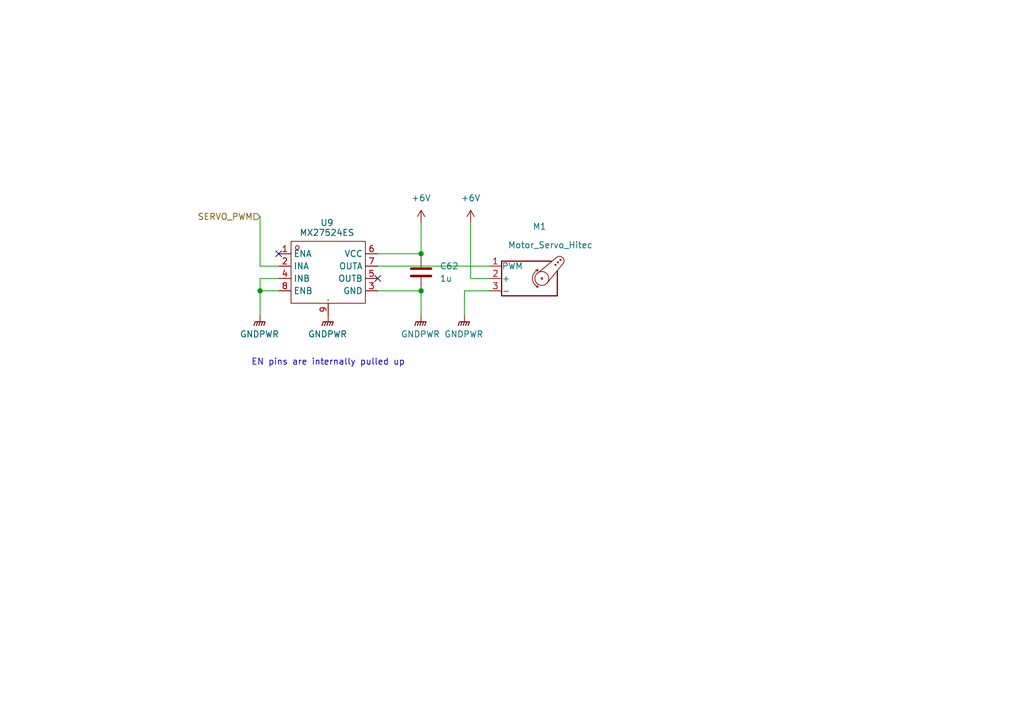
<source format=kicad_sch>
(kicad_sch (version 20250114) (generator "eeschema") (generator_version "9.0")
  (paper "A5")
  (title_block (title "AQUA_VESC") (rev "00"))
  (lib_symbols
    (symbol "Device:C" (pin_numbers (hide yes)) (pin_names (offset 0.254))
      (property "Reference" "C" (at 0.635 2.54 0))
      (property "Value" "C" (at 0.635 -2.54 0))
      (symbol "C_0_1"
        (polyline (pts (xy -2.032 0.762) (xy 2.032 0.762)) (stroke (width 0.508)))
        (polyline (pts (xy -2.032 -0.762) (xy 2.032 -0.762)) (stroke (width 0.508)))
      )
      (symbol "C_1_1"
        (pin passive line (at 0 3.81 270) (length 2.794) (name "~") (number "1"))
        (pin passive line (at 0 -3.81 90) (length 2.794) (name "~") (number "2"))
      )
    )
    (symbol "Motor:Motor_Servo_Hitec" (pin_names (offset 0.0254))
      (property "Reference" "M" (at -5.08 4.445 0))
      (property "Value" "Motor_Servo_Hitec" (at -5.08 -4.064 0))
      (symbol "Motor_Servo_Hitec_0_1"
        (polyline (pts (xy 2.413 1.778) (xy 1.905 1.778)))
        (polyline (pts (xy 2.413 1.778) (xy 2.286 1.397)))
        (polyline (pts (xy 2.413 -1.778) (xy 2.032 -1.778)))
        (polyline (pts (xy 2.413 -1.778) (xy 2.286 -1.397)))
        (arc (start 2.413 -1.778) (mid 1.2406 0) (end 2.413 1.778))
        (circle (center 3.175 0) (radius 0.1778))
        (circle (center 3.175 0) (radius 1.4224))
        (polyline (pts (xy 5.08 3.556) (xy -5.08 3.556) (xy -5.08 -3.556) (xy 6.35 -3.556) (xy 6.35 1.524)) (stroke (width 0.254)))
        (circle (center 5.969 2.794) (radius 0.127))
        (polyline (pts (xy 6.35 4.445) (xy 2.54 1.27)))
        (circle (center 6.477 3.302) (radius 0.127))
        (arc (start 6.35 4.445) (mid 7.4487 4.2737) (end 7.62 3.175))
        (circle (center 6.985 3.81) (radius 0.127))
        (polyline (pts (xy 7.62 3.175) (xy 4.191 -1.016)))
      )
      (symbol "Motor_Servo_Hitec_1_1"
        (pin passive line (at -7.62 2.54 0) (length 2.54) (name "PWM") (number "1"))
        (pin passive line (at -7.62 0 0) (length 2.54) (name "+") (number "2"))
        (pin passive line (at -7.62 -2.54 0) (length 2.54) (name "-") (number "3"))
      )
    )
    (symbol "power:+6V" (power) (pin_numbers (hide yes)) (pin_names (offset 0) (hide yes))
      (property "Value" "+6V" (at 0 3.556 0))
      (symbol "+6V_0_1"
        (polyline (pts (xy -0.762 1.27) (xy 0 2.54)))
        (polyline (pts (xy 0 2.54) (xy 0.762 1.27)))
        (polyline (pts (xy 0 0) (xy 0 2.54)))
      )
      (symbol "+6V_1_1"
        (pin power_in line (at 0 0 90) (length 0) (name "~") (number "1"))
      )
    )
    (symbol "power:GNDPWR" (power) (pin_numbers (hide yes)) (pin_names (offset 0) (hide yes))
      (property "Value" "GNDPWR" (at 0 -3.302 0))
      (symbol "GNDPWR_0_1"
        (polyline (pts (xy -1.016 -1.27) (xy -1.27 -2.032) (xy -1.27 -2.032)) (stroke (width 0.2032)))
        (polyline (pts (xy -0.508 -1.27) (xy -0.762 -2.032) (xy -0.762 -2.032)) (stroke (width 0.2032)))
        (polyline (pts (xy 0 -1.27) (xy 0 0)))
        (polyline (pts (xy 0 -1.27) (xy -0.254 -2.032) (xy -0.254 -2.032)) (stroke (width 0.2032)))
        (polyline (pts (xy 0.508 -1.27) (xy 0.254 -2.032) (xy 0.254 -2.032)) (stroke (width 0.2032)))
        (polyline (pts (xy 1.016 -1.27) (xy -1.016 -1.27) (xy -1.016 -1.27)) (stroke (width 0.2032)))
        (polyline (pts (xy 1.016 -1.27) (xy 0.762 -2.032) (xy 0.762 -2.032) (xy 0.762 -2.032)) (stroke (width 0.2032)))
      )
      (symbol "GNDPWR_1_1"
        (pin power_in line (at 0 0 270) (length 0) (name "~") (number "1"))
      )
    )
    (symbol "specific_library:MX27524ES"
      (property "Reference" "U" (at 0 0 0))
      (symbol "MX27524ES_1_0"
        (rectangle (start -7.62 6.35) (end 7.62 -6.35))
        (circle (center -6.35 5.08) (radius 0.381))
        (pin input line (at -10.16 3.81 0) (length 2.54) (name "ENA") (number "1"))
        (pin input line (at -10.16 1.27 0) (length 2.54) (name "INA") (number "2"))
        (pin input line (at -10.16 -1.27 0) (length 2.54) (name "INB") (number "4"))
        (pin input line (at -10.16 -3.81 0) (length 2.54) (name "ENB") (number "8"))
        (pin passive line (at 0 -8.89 90) (length 2.54) (name "EP") (number "9"))
        (pin power_in line (at 10.16 3.81 180) (length 2.54) (name "VCC") (number "6"))
        (pin output line (at 10.16 1.27 180) (length 2.54) (name "OUTA") (number "7"))
        (pin output line (at 10.16 -1.27 180) (length 2.54) (name "OUTB") (number "5"))
        (pin power_in line (at 10.16 -3.81 180) (length 2.54) (name "GND") (number "3"))
      )
    )
  )
  (text "EN pins are internally pulled up" (at 67.31 74.422 0) (effects (font (size 1.27 1.27))))
  (junction (at 53.34 59.69))
  (junction (at 86.36 59.69))
  (junction (at 86.36 52.07))
  (no_connect (at 77.47 57.15))
  (no_connect (at 57.15 52.07))
  (wire (pts (xy 77.47 59.69) (xy 86.36 59.69)))
  (wire (pts (xy 95.25 59.69) (xy 95.25 64.77)))
  (wire (pts (xy 77.47 54.61) (xy 100.33 54.61)))
  (wire (pts (xy 57.15 57.15) (xy 53.34 57.15)))
  (wire (pts (xy 96.52 57.15) (xy 100.33 57.15)))
  (wire (pts (xy 57.15 59.69) (xy 53.34 59.69)))
  (wire (pts (xy 53.34 54.61) (xy 57.15 54.61)))
  (wire (pts (xy 86.36 59.69) (xy 86.36 64.77)))
  (wire (pts (xy 96.52 45.72) (xy 96.52 57.15)))
  (wire (pts (xy 86.36 52.07) (xy 86.36 45.72)))
  (wire (pts (xy 53.34 44.45) (xy 53.34 54.61)))
  (wire (pts (xy 95.25 59.69) (xy 100.33 59.69)))
  (wire (pts (xy 53.34 59.69) (xy 53.34 64.77)))
  (wire (pts (xy 77.47 52.07) (xy 86.36 52.07)))
  (wire (pts (xy 53.34 57.15) (xy 53.34 59.69)))
  (hierarchical_label "SERVO_PWM" (shape input) (at 53.34 44.45 180))
  (symbol (lib_id "power:+6V") (at 96.52 45.72 0) (unit 1)
    (property "Reference" "#PWR090" (effects (hide yes)))
    (property "Value" "+6V" (at 96.52 40.64 0))
    (property "Description" "Power symbol creates a global label with name \"+6V\"" (effects (hide yes)))
  )
  (symbol (lib_id "power:+6V") (at 86.36 45.72 0) (unit 1)
    (property "Reference" "#PWR089" (effects (hide yes)))
    (property "Value" "+6V" (at 86.36 40.64 0))
    (property "Description" "Power symbol creates a global label with name \"+6V\"" (effects (hide yes)))
  )
  (symbol (lib_id "power:GNDPWR") (at 86.36 64.77 0) (unit 1)
    (property "Reference" "#PWR093" (effects (hide yes)))
    (property "Value" "GNDPWR" (at 86.233 68.58 0))
    (property "Description" "Power symbol creates a global label with name \"GNDPWR\" , global ground" (effects (hide yes)))
  )
  (symbol (lib_id "Device:C") (at 86.36 55.88 0) (unit 1)
    (property "Reference" "C62" (at 90.17 54.6099 0) (effects (justify left)))
    (property "Value" "1u" (at 90.17 57.1499 0) (effects (justify left)))
    (property "Footprint" "Capacitor_SMD:C_0603_1608Metric" (effects (hide yes)))
    (property "Description" "Unpolarized capacitor" (effects (hide yes)))
  )
  (symbol (lib_id "Motor:Motor_Servo_Hitec") (at 107.95 57.15 0) (unit 1)
    (property "Reference" "M1" (at 109.22 46.482 0) (effects (justify left)))
    (property "Value" "Motor_Servo_Hitec" (at 104.14 50.292 0) (effects (justify left)))
    (property "Footprint" "Connector_PinSocket_2.54mm:PinSocket_1x03_P2.54mm_Horizontal" (effects (hide yes)))
    (property "Datasheet" "http://forums.parallax.com/uploads/attachments/46831/74481.png" (effects (hide yes)))
    (property "Description" "Servo Motor (HiTec connector)" (effects (hide yes)))
  )
  (symbol (lib_id "power:GNDPWR") (at 53.34 64.77 0) (unit 1)
    (property "Reference" "#PWR091" (effects (hide yes)))
    (property "Value" "GNDPWR" (at 53.213 68.58 0))
    (property "Description" "Power symbol creates a global label with name \"GNDPWR\" , global ground" (effects (hide yes)))
  )
  (symbol (lib_id "power:GNDPWR") (at 67.31 64.77 0) (unit 1)
    (property "Reference" "#PWR092" (effects (hide yes)))
    (property "Value" "GNDPWR" (at 67.183 68.58 0))
    (property "Description" "Power symbol creates a global label with name \"GNDPWR\" , global ground" (effects (hide yes)))
  )
  (symbol (lib_id "specific_library:MX27524ES") (at 67.31 55.88 0) (unit 1)
    (property "Reference" "U9" (at 67.056 45.72 0))
    (property "Value" "MX27524ES" (at 67.056 47.752 0))
    (property "Footprint" "specific_footprint_library:EMSOP-8_L3.0-W3.0-P0.65-LS4.9-BL-EP" (effects (hide yes)))
    (property "Datasheet" "https://atta.szlcsc.com/upload/public/pdf/source/20230105/6E934FDE1776540A9DCD507DA4E4B6FA.pdf" (effects (hide yes)))
    (property "Description" "Driven Configuration:Low edge Load Type:MOSFET Voltage - Supply:4.5V~18V Voltage - Supply:4.5V~18V Rise Time:7ns Fall Time:7ns Operating Temperature:-40°C~+125°C Operating Temperature:-40°C~+125°C" (effects (hide yes)))
    (property "Manufacturer Part" "MX27524ES" (effects (hide yes)))
    (property "Manufacturer" "Wuxi Maxinmicro(无锡明芯微)" (effects (hide yes)))
    (property "Supplier Part" "C5341118" (effects (hide yes)))
    (property "Supplier" "LCSC" (effects (hide yes)))
    (property "LCSC Part Name" "MX27524ES" (effects (hide yes)))
  )
  (symbol (lib_id "power:GNDPWR") (at 95.25 64.77 0) (unit 1)
    (property "Reference" "#PWR094" (effects (hide yes)))
    (property "Value" "GNDPWR" (at 95.123 68.58 0))
    (property "Description" "Power symbol creates a global label with name \"GNDPWR\" , global ground" (effects (hide yes)))
  )
)
</source>
